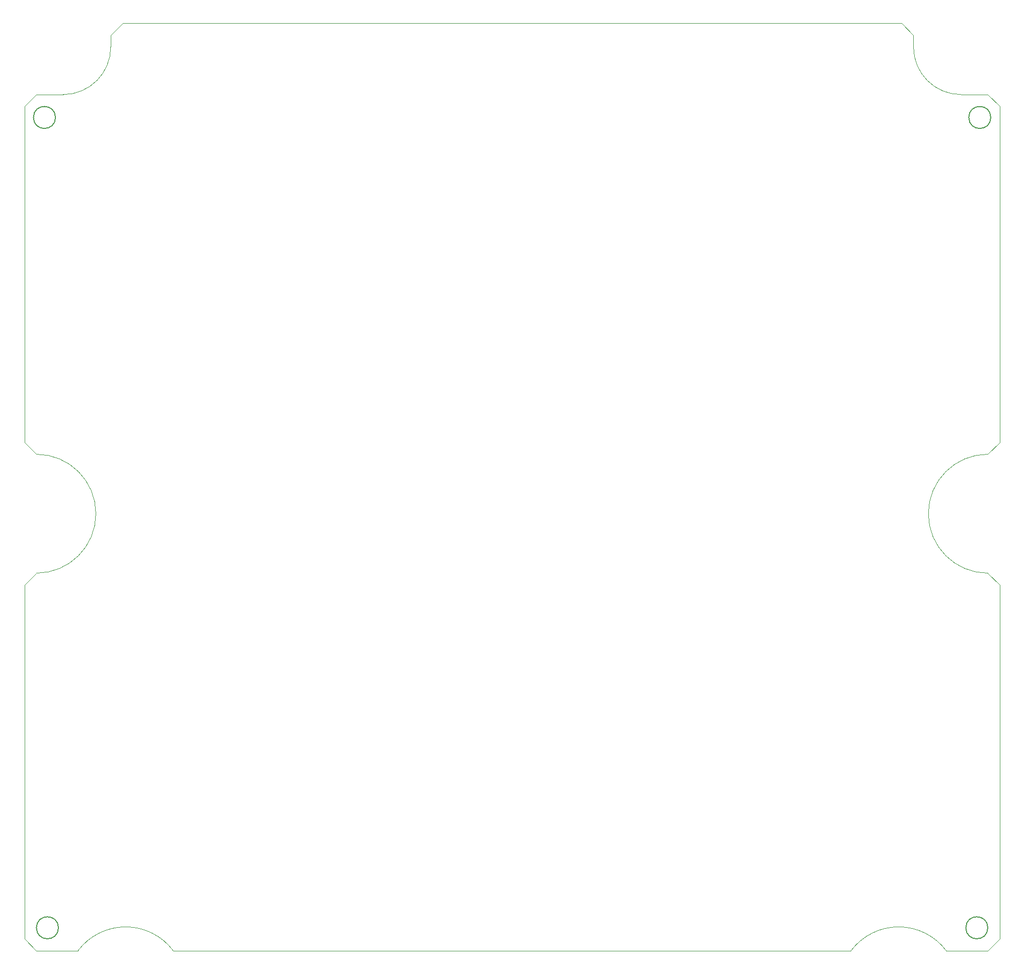
<source format=gko>
G75*
G70*
%OFA0B0*%
%FSLAX25Y25*%
%IPPOS*%
%LPD*%
%AMOC8*
5,1,8,0,0,1.08239X$1,22.5*
%
%ADD10C,0.00787*%
%ADD88C,0.00197*%
X0000000Y0000000D02*
%LPD*%
G01*
D88*
X0645669Y0559055D02*
X0637795Y0566929D01*
X0000000Y0007874D02*
X0000000Y0242126D01*
X0007874Y0250000D02*
G75*
G03*
X0007874Y0328740I0000000J0039370D01*
G01*
X0098425Y0000000D02*
G75*
G03*
X0035433Y0000000I-031496J-023622D01*
G01*
X0580709Y0614173D02*
X0588583Y0606299D01*
X0064961Y0614173D02*
X0057087Y0606299D01*
X0637795Y0000000D02*
X0645669Y0007874D01*
D10*
X0020472Y0551772D02*
G75*
G03*
X0005906Y0551772I-007283J0000000D01*
G01*
X0005906Y0551772D02*
G75*
G03*
X0020472Y0551772I0007283J0000000D01*
G01*
D88*
X0620079Y0566929D02*
X0637795Y0566929D01*
X0000000Y0559055D02*
X0007874Y0566929D01*
X0637795Y0000000D02*
X0610236Y0000000D01*
X0588583Y0598425D02*
X0588583Y0606299D01*
X0645669Y0336614D02*
X0645669Y0559055D01*
X0610236Y0000000D02*
G75*
G03*
X0547244Y0000000I-031496J-023622D01*
G01*
D10*
X0022441Y0015157D02*
G75*
G03*
X0007874Y0015157I-007283J0000000D01*
G01*
X0007874Y0015157D02*
G75*
G03*
X0022441Y0015157I0007283J0000000D01*
G01*
D88*
X0000000Y0336614D02*
X0000000Y0559055D01*
X0637795Y0328740D02*
G75*
G03*
X0637795Y0250000I0000000J-039370D01*
G01*
X0000000Y0242126D02*
X0007874Y0250000D01*
X0007874Y0000000D02*
X0000000Y0007874D01*
X0025591Y0566929D02*
X0007874Y0566929D01*
X0637795Y0328740D02*
X0645669Y0336614D01*
X0057087Y0598425D02*
X0057087Y0606299D01*
X0007874Y0000000D02*
X0035433Y0000000D01*
X0588583Y0598425D02*
G75*
G03*
X0620079Y0566929I0031496J0000000D01*
G01*
X0645669Y0242126D02*
X0637795Y0250000D01*
X0547244Y0000000D02*
X0098425Y0000000D01*
D10*
X0639764Y0551772D02*
G75*
G03*
X0625197Y0551772I-007283J0000000D01*
G01*
X0625197Y0551772D02*
G75*
G03*
X0639764Y0551772I0007283J0000000D01*
G01*
D88*
X0007874Y0328740D02*
X0000000Y0336614D01*
D10*
X0637795Y0015157D02*
G75*
G03*
X0623228Y0015157I-007283J0000000D01*
G01*
X0623228Y0015157D02*
G75*
G03*
X0637795Y0015157I0007283J0000000D01*
G01*
D88*
X0025591Y0566929D02*
G75*
G03*
X0057087Y0598425I0000000J0031496D01*
G01*
X0064961Y0614173D02*
X0580709Y0614173D01*
X0645669Y0007874D02*
X0645669Y0242126D01*
X0451150Y0258470D02*
G01*
G75*
X0241535Y0433760D02*
G01*
G75*
X0401378Y0446850D02*
G01*
G75*
X0103346Y0098031D02*
G01*
G75*
X0228248Y0062402D02*
G01*
G75*
X0226280Y0433661D02*
G01*
G75*
M02*

</source>
